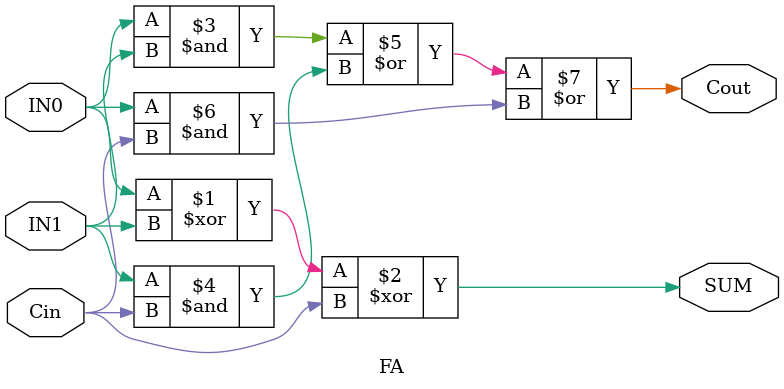
<source format=v>
module FA (IN0,IN1,Cin,SUM,Cout);
input IN0,IN1,Cin;
output SUM,Cout;
assign SUM = IN0^IN1^Cin;
assign Cout = IN0&IN1 | IN1&Cin | IN0&Cin;
endmodule

</source>
